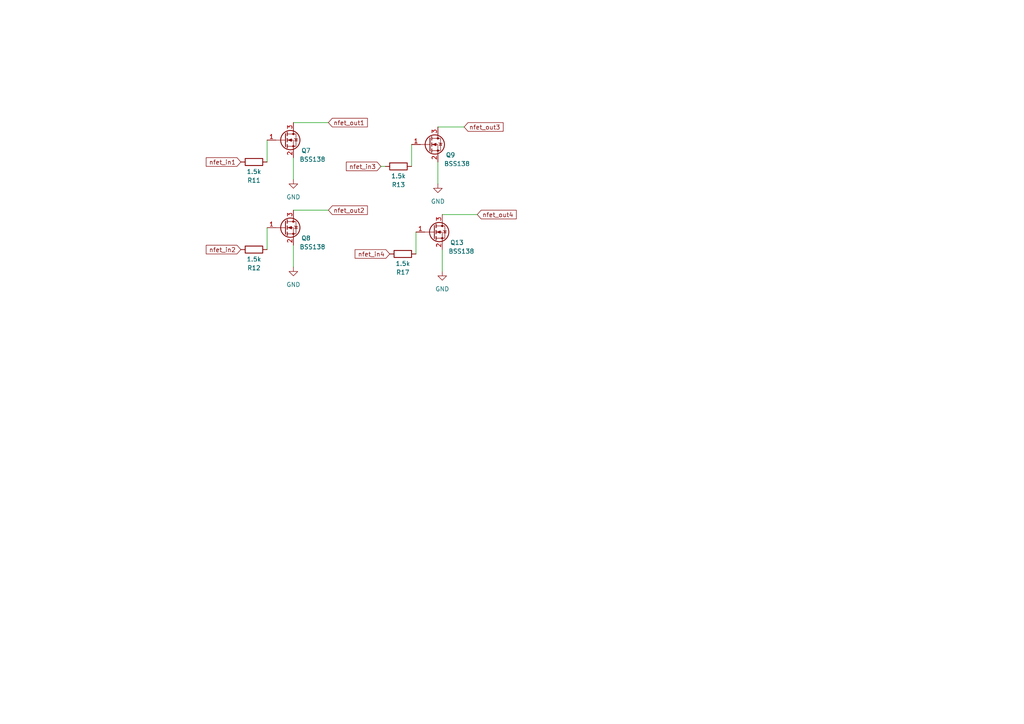
<source format=kicad_sch>
(kicad_sch
	(version 20231120)
	(generator "eeschema")
	(generator_version "8.0")
	(uuid "47a58d50-460f-4a3e-8636-37f3c75e12d6")
	(paper "A4")
	(lib_symbols
		(symbol "Device:R"
			(pin_numbers hide)
			(pin_names
				(offset 0)
			)
			(exclude_from_sim no)
			(in_bom yes)
			(on_board yes)
			(property "Reference" "R"
				(at 2.032 0 90)
				(effects
					(font
						(size 1.27 1.27)
					)
				)
			)
			(property "Value" "R"
				(at 0 0 90)
				(effects
					(font
						(size 1.27 1.27)
					)
				)
			)
			(property "Footprint" ""
				(at -1.778 0 90)
				(effects
					(font
						(size 1.27 1.27)
					)
					(hide yes)
				)
			)
			(property "Datasheet" "~"
				(at 0 0 0)
				(effects
					(font
						(size 1.27 1.27)
					)
					(hide yes)
				)
			)
			(property "Description" "Resistor"
				(at 0 0 0)
				(effects
					(font
						(size 1.27 1.27)
					)
					(hide yes)
				)
			)
			(property "ki_keywords" "R res resistor"
				(at 0 0 0)
				(effects
					(font
						(size 1.27 1.27)
					)
					(hide yes)
				)
			)
			(property "ki_fp_filters" "R_*"
				(at 0 0 0)
				(effects
					(font
						(size 1.27 1.27)
					)
					(hide yes)
				)
			)
			(symbol "R_0_1"
				(rectangle
					(start -1.016 -2.54)
					(end 1.016 2.54)
					(stroke
						(width 0.254)
						(type default)
					)
					(fill
						(type none)
					)
				)
			)
			(symbol "R_1_1"
				(pin passive line
					(at 0 3.81 270)
					(length 1.27)
					(name "~"
						(effects
							(font
								(size 1.27 1.27)
							)
						)
					)
					(number "1"
						(effects
							(font
								(size 1.27 1.27)
							)
						)
					)
				)
				(pin passive line
					(at 0 -3.81 90)
					(length 1.27)
					(name "~"
						(effects
							(font
								(size 1.27 1.27)
							)
						)
					)
					(number "2"
						(effects
							(font
								(size 1.27 1.27)
							)
						)
					)
				)
			)
		)
		(symbol "Transistor_FET:BSS138"
			(pin_names hide)
			(exclude_from_sim no)
			(in_bom yes)
			(on_board yes)
			(property "Reference" "Q"
				(at 5.08 1.905 0)
				(effects
					(font
						(size 1.27 1.27)
					)
					(justify left)
				)
			)
			(property "Value" "BSS138"
				(at 5.08 0 0)
				(effects
					(font
						(size 1.27 1.27)
					)
					(justify left)
				)
			)
			(property "Footprint" "Package_TO_SOT_SMD:SOT-23"
				(at 5.08 -1.905 0)
				(effects
					(font
						(size 1.27 1.27)
						(italic yes)
					)
					(justify left)
					(hide yes)
				)
			)
			(property "Datasheet" "https://www.onsemi.com/pub/Collateral/BSS138-D.PDF"
				(at 5.08 -3.81 0)
				(effects
					(font
						(size 1.27 1.27)
					)
					(justify left)
					(hide yes)
				)
			)
			(property "Description" "50V Vds, 0.22A Id, N-Channel MOSFET, SOT-23"
				(at 0 0 0)
				(effects
					(font
						(size 1.27 1.27)
					)
					(hide yes)
				)
			)
			(property "ki_keywords" "N-Channel MOSFET"
				(at 0 0 0)
				(effects
					(font
						(size 1.27 1.27)
					)
					(hide yes)
				)
			)
			(property "ki_fp_filters" "SOT?23*"
				(at 0 0 0)
				(effects
					(font
						(size 1.27 1.27)
					)
					(hide yes)
				)
			)
			(symbol "BSS138_0_1"
				(polyline
					(pts
						(xy 0.254 0) (xy -2.54 0)
					)
					(stroke
						(width 0)
						(type default)
					)
					(fill
						(type none)
					)
				)
				(polyline
					(pts
						(xy 0.254 1.905) (xy 0.254 -1.905)
					)
					(stroke
						(width 0.254)
						(type default)
					)
					(fill
						(type none)
					)
				)
				(polyline
					(pts
						(xy 0.762 -1.27) (xy 0.762 -2.286)
					)
					(stroke
						(width 0.254)
						(type default)
					)
					(fill
						(type none)
					)
				)
				(polyline
					(pts
						(xy 0.762 0.508) (xy 0.762 -0.508)
					)
					(stroke
						(width 0.254)
						(type default)
					)
					(fill
						(type none)
					)
				)
				(polyline
					(pts
						(xy 0.762 2.286) (xy 0.762 1.27)
					)
					(stroke
						(width 0.254)
						(type default)
					)
					(fill
						(type none)
					)
				)
				(polyline
					(pts
						(xy 2.54 2.54) (xy 2.54 1.778)
					)
					(stroke
						(width 0)
						(type default)
					)
					(fill
						(type none)
					)
				)
				(polyline
					(pts
						(xy 2.54 -2.54) (xy 2.54 0) (xy 0.762 0)
					)
					(stroke
						(width 0)
						(type default)
					)
					(fill
						(type none)
					)
				)
				(polyline
					(pts
						(xy 0.762 -1.778) (xy 3.302 -1.778) (xy 3.302 1.778) (xy 0.762 1.778)
					)
					(stroke
						(width 0)
						(type default)
					)
					(fill
						(type none)
					)
				)
				(polyline
					(pts
						(xy 1.016 0) (xy 2.032 0.381) (xy 2.032 -0.381) (xy 1.016 0)
					)
					(stroke
						(width 0)
						(type default)
					)
					(fill
						(type outline)
					)
				)
				(polyline
					(pts
						(xy 2.794 0.508) (xy 2.921 0.381) (xy 3.683 0.381) (xy 3.81 0.254)
					)
					(stroke
						(width 0)
						(type default)
					)
					(fill
						(type none)
					)
				)
				(polyline
					(pts
						(xy 3.302 0.381) (xy 2.921 -0.254) (xy 3.683 -0.254) (xy 3.302 0.381)
					)
					(stroke
						(width 0)
						(type default)
					)
					(fill
						(type none)
					)
				)
				(circle
					(center 1.651 0)
					(radius 2.794)
					(stroke
						(width 0.254)
						(type default)
					)
					(fill
						(type none)
					)
				)
				(circle
					(center 2.54 -1.778)
					(radius 0.254)
					(stroke
						(width 0)
						(type default)
					)
					(fill
						(type outline)
					)
				)
				(circle
					(center 2.54 1.778)
					(radius 0.254)
					(stroke
						(width 0)
						(type default)
					)
					(fill
						(type outline)
					)
				)
			)
			(symbol "BSS138_1_1"
				(pin input line
					(at -5.08 0 0)
					(length 2.54)
					(name "G"
						(effects
							(font
								(size 1.27 1.27)
							)
						)
					)
					(number "1"
						(effects
							(font
								(size 1.27 1.27)
							)
						)
					)
				)
				(pin passive line
					(at 2.54 -5.08 90)
					(length 2.54)
					(name "S"
						(effects
							(font
								(size 1.27 1.27)
							)
						)
					)
					(number "2"
						(effects
							(font
								(size 1.27 1.27)
							)
						)
					)
				)
				(pin passive line
					(at 2.54 5.08 270)
					(length 2.54)
					(name "D"
						(effects
							(font
								(size 1.27 1.27)
							)
						)
					)
					(number "3"
						(effects
							(font
								(size 1.27 1.27)
							)
						)
					)
				)
			)
		)
		(symbol "power:GND"
			(power)
			(pin_numbers hide)
			(pin_names
				(offset 0) hide)
			(exclude_from_sim no)
			(in_bom yes)
			(on_board yes)
			(property "Reference" "#PWR"
				(at 0 -6.35 0)
				(effects
					(font
						(size 1.27 1.27)
					)
					(hide yes)
				)
			)
			(property "Value" "GND"
				(at 0 -3.81 0)
				(effects
					(font
						(size 1.27 1.27)
					)
				)
			)
			(property "Footprint" ""
				(at 0 0 0)
				(effects
					(font
						(size 1.27 1.27)
					)
					(hide yes)
				)
			)
			(property "Datasheet" ""
				(at 0 0 0)
				(effects
					(font
						(size 1.27 1.27)
					)
					(hide yes)
				)
			)
			(property "Description" "Power symbol creates a global label with name \"GND\" , ground"
				(at 0 0 0)
				(effects
					(font
						(size 1.27 1.27)
					)
					(hide yes)
				)
			)
			(property "ki_keywords" "global power"
				(at 0 0 0)
				(effects
					(font
						(size 1.27 1.27)
					)
					(hide yes)
				)
			)
			(symbol "GND_0_1"
				(polyline
					(pts
						(xy 0 0) (xy 0 -1.27) (xy 1.27 -1.27) (xy 0 -2.54) (xy -1.27 -1.27) (xy 0 -1.27)
					)
					(stroke
						(width 0)
						(type default)
					)
					(fill
						(type none)
					)
				)
			)
			(symbol "GND_1_1"
				(pin power_in line
					(at 0 0 270)
					(length 0)
					(name "~"
						(effects
							(font
								(size 1.27 1.27)
							)
						)
					)
					(number "1"
						(effects
							(font
								(size 1.27 1.27)
							)
						)
					)
				)
			)
		)
	)
	(wire
		(pts
			(xy 127 36.83) (xy 134.62 36.83)
		)
		(stroke
			(width 0)
			(type default)
		)
		(uuid "13239309-0d6c-4ff7-bcb2-af3329e0d5eb")
	)
	(wire
		(pts
			(xy 111.76 48.26) (xy 110.49 48.26)
		)
		(stroke
			(width 0)
			(type default)
		)
		(uuid "21683b78-bfae-4ac6-84a4-e7b5eb98acb8")
	)
	(wire
		(pts
			(xy 85.09 45.72) (xy 85.09 52.07)
		)
		(stroke
			(width 0)
			(type default)
		)
		(uuid "3642370f-5734-4b4f-8dc7-055b0412c340")
	)
	(wire
		(pts
			(xy 119.38 41.91) (xy 119.38 48.26)
		)
		(stroke
			(width 0)
			(type default)
		)
		(uuid "38fd9b55-7b71-4a9f-a4fa-a745233ad51b")
	)
	(wire
		(pts
			(xy 128.27 72.39) (xy 128.27 78.74)
		)
		(stroke
			(width 0)
			(type default)
		)
		(uuid "4e47de48-f00a-4db6-82af-b8bf454f61eb")
	)
	(wire
		(pts
			(xy 95.25 60.96) (xy 85.09 60.96)
		)
		(stroke
			(width 0)
			(type default)
		)
		(uuid "5b0d449e-ef51-43e1-87db-d2ae1ed60c5d")
	)
	(wire
		(pts
			(xy 85.09 71.12) (xy 85.09 77.47)
		)
		(stroke
			(width 0)
			(type default)
		)
		(uuid "5f41cc3b-795c-477b-ac20-ec069fcd69a2")
	)
	(wire
		(pts
			(xy 95.25 35.56) (xy 85.09 35.56)
		)
		(stroke
			(width 0)
			(type default)
		)
		(uuid "63b5aa7f-6c39-4174-b7b3-d32bfd4025d6")
	)
	(wire
		(pts
			(xy 120.65 67.31) (xy 120.65 73.66)
		)
		(stroke
			(width 0)
			(type default)
		)
		(uuid "64a097b4-2333-4297-aed8-f622678bbced")
	)
	(wire
		(pts
			(xy 127 46.99) (xy 127 53.34)
		)
		(stroke
			(width 0)
			(type default)
		)
		(uuid "7bdfd47a-f0c0-4285-9338-2654e1f63331")
	)
	(wire
		(pts
			(xy 138.43 62.23) (xy 128.27 62.23)
		)
		(stroke
			(width 0)
			(type default)
		)
		(uuid "c4b0c4f0-0237-4883-90a5-b8032abe14e6")
	)
	(wire
		(pts
			(xy 77.47 66.04) (xy 77.47 72.39)
		)
		(stroke
			(width 0)
			(type default)
		)
		(uuid "d9c35a1e-7d68-4444-9b05-d78bef92e893")
	)
	(wire
		(pts
			(xy 77.47 40.64) (xy 77.47 46.99)
		)
		(stroke
			(width 0)
			(type default)
		)
		(uuid "fb6b66a1-e452-4c98-9c07-6d3707223dd5")
	)
	(global_label "nfet_in1"
		(shape input)
		(at 69.85 46.99 180)
		(fields_autoplaced yes)
		(effects
			(font
				(size 1.27 1.27)
			)
			(justify right)
		)
		(uuid "2e35075e-8a24-4778-ac9e-19176a82c04a")
		(property "Intersheetrefs" "${INTERSHEET_REFS}"
			(at 59.2449 46.99 0)
			(effects
				(font
					(size 1.27 1.27)
				)
				(justify right)
				(hide yes)
			)
		)
	)
	(global_label "nfet_out1"
		(shape input)
		(at 95.25 35.56 0)
		(fields_autoplaced yes)
		(effects
			(font
				(size 1.27 1.27)
			)
			(justify left)
		)
		(uuid "30998488-6588-479a-9f2f-95be63842008")
		(property "Intersheetrefs" "${INTERSHEET_REFS}"
			(at 107.125 35.56 0)
			(effects
				(font
					(size 1.27 1.27)
				)
				(justify left)
				(hide yes)
			)
		)
	)
	(global_label "nfet_in2"
		(shape input)
		(at 69.85 72.39 180)
		(fields_autoplaced yes)
		(effects
			(font
				(size 1.27 1.27)
			)
			(justify right)
		)
		(uuid "3fce36fb-e29f-4e14-ab82-552c3dfc2823")
		(property "Intersheetrefs" "${INTERSHEET_REFS}"
			(at 59.2449 72.39 0)
			(effects
				(font
					(size 1.27 1.27)
				)
				(justify right)
				(hide yes)
			)
		)
	)
	(global_label "nfet_in4"
		(shape input)
		(at 113.03 73.66 180)
		(fields_autoplaced yes)
		(effects
			(font
				(size 1.27 1.27)
			)
			(justify right)
		)
		(uuid "51b0d54a-4a43-4d9e-9482-3f3953ab54c8")
		(property "Intersheetrefs" "${INTERSHEET_REFS}"
			(at 102.4249 73.66 0)
			(effects
				(font
					(size 1.27 1.27)
				)
				(justify right)
				(hide yes)
			)
		)
	)
	(global_label "nfet_out4"
		(shape input)
		(at 138.43 62.23 0)
		(fields_autoplaced yes)
		(effects
			(font
				(size 1.27 1.27)
			)
			(justify left)
		)
		(uuid "6b98b6fa-5e7c-4a88-9900-20b015cbc834")
		(property "Intersheetrefs" "${INTERSHEET_REFS}"
			(at 150.305 62.23 0)
			(effects
				(font
					(size 1.27 1.27)
				)
				(justify left)
				(hide yes)
			)
		)
	)
	(global_label "nfet_in3"
		(shape input)
		(at 110.49 48.26 180)
		(fields_autoplaced yes)
		(effects
			(font
				(size 1.27 1.27)
			)
			(justify right)
		)
		(uuid "ce206069-984a-4f4b-9e3b-57ee0ca00b9b")
		(property "Intersheetrefs" "${INTERSHEET_REFS}"
			(at 99.8849 48.26 0)
			(effects
				(font
					(size 1.27 1.27)
				)
				(justify right)
				(hide yes)
			)
		)
	)
	(global_label "nfet_out3"
		(shape input)
		(at 134.62 36.83 0)
		(fields_autoplaced yes)
		(effects
			(font
				(size 1.27 1.27)
			)
			(justify left)
		)
		(uuid "f8d70427-cc32-4d66-9b87-0e77fb5b8d43")
		(property "Intersheetrefs" "${INTERSHEET_REFS}"
			(at 146.495 36.83 0)
			(effects
				(font
					(size 1.27 1.27)
				)
				(justify left)
				(hide yes)
			)
		)
	)
	(global_label "nfet_out2"
		(shape input)
		(at 95.25 60.96 0)
		(fields_autoplaced yes)
		(effects
			(font
				(size 1.27 1.27)
			)
			(justify left)
		)
		(uuid "fa6757ee-1fb7-41c4-b556-94521b8396ee")
		(property "Intersheetrefs" "${INTERSHEET_REFS}"
			(at 107.125 60.96 0)
			(effects
				(font
					(size 1.27 1.27)
				)
				(justify left)
				(hide yes)
			)
		)
	)
	(symbol
		(lib_id "power:GND")
		(at 85.09 77.47 0)
		(unit 1)
		(exclude_from_sim no)
		(in_bom yes)
		(on_board yes)
		(dnp no)
		(fields_autoplaced yes)
		(uuid "0af95b55-dcb7-45f9-a9e3-38975fed4c80")
		(property "Reference" "#PWR014"
			(at 85.09 83.82 0)
			(effects
				(font
					(size 1.27 1.27)
				)
				(hide yes)
			)
		)
		(property "Value" "GND"
			(at 85.09 82.55 0)
			(effects
				(font
					(size 1.27 1.27)
				)
			)
		)
		(property "Footprint" ""
			(at 85.09 77.47 0)
			(effects
				(font
					(size 1.27 1.27)
				)
				(hide yes)
			)
		)
		(property "Datasheet" ""
			(at 85.09 77.47 0)
			(effects
				(font
					(size 1.27 1.27)
				)
				(hide yes)
			)
		)
		(property "Description" "Power symbol creates a global label with name \"GND\" , ground"
			(at 85.09 77.47 0)
			(effects
				(font
					(size 1.27 1.27)
				)
				(hide yes)
			)
		)
		(pin "1"
			(uuid "8f38085b-2a6a-4ed7-99f4-6aced9f57daa")
		)
		(instances
			(project "NEOCERA_jnr_project"
				(path "/a8746ab6-0163-416c-99f9-0036ded73fc6/9b5b25d8-baef-4cac-83b0-db0f684b8008"
					(reference "#PWR014")
					(unit 1)
				)
			)
		)
	)
	(symbol
		(lib_id "power:GND")
		(at 127 53.34 0)
		(unit 1)
		(exclude_from_sim no)
		(in_bom yes)
		(on_board yes)
		(dnp no)
		(fields_autoplaced yes)
		(uuid "1cc2ae43-0d03-427f-8139-f3db8d72acd4")
		(property "Reference" "#PWR015"
			(at 127 59.69 0)
			(effects
				(font
					(size 1.27 1.27)
				)
				(hide yes)
			)
		)
		(property "Value" "GND"
			(at 127 58.42 0)
			(effects
				(font
					(size 1.27 1.27)
				)
			)
		)
		(property "Footprint" ""
			(at 127 53.34 0)
			(effects
				(font
					(size 1.27 1.27)
				)
				(hide yes)
			)
		)
		(property "Datasheet" ""
			(at 127 53.34 0)
			(effects
				(font
					(size 1.27 1.27)
				)
				(hide yes)
			)
		)
		(property "Description" "Power symbol creates a global label with name \"GND\" , ground"
			(at 127 53.34 0)
			(effects
				(font
					(size 1.27 1.27)
				)
				(hide yes)
			)
		)
		(pin "1"
			(uuid "9d5c9ad3-18f9-4734-b87c-9831b2f35297")
		)
		(instances
			(project "NEOCERA_jnr_project"
				(path "/a8746ab6-0163-416c-99f9-0036ded73fc6/9b5b25d8-baef-4cac-83b0-db0f684b8008"
					(reference "#PWR015")
					(unit 1)
				)
			)
		)
	)
	(symbol
		(lib_id "Transistor_FET:BSS138")
		(at 125.73 67.31 0)
		(unit 1)
		(exclude_from_sim no)
		(in_bom yes)
		(on_board yes)
		(dnp no)
		(uuid "256e8a24-4423-4d22-b741-0f43b1a4db14")
		(property "Reference" "Q13"
			(at 130.556 70.358 0)
			(effects
				(font
					(size 1.27 1.27)
				)
				(justify left)
			)
		)
		(property "Value" "BSS138"
			(at 130.048 72.898 0)
			(effects
				(font
					(size 1.27 1.27)
				)
				(justify left)
			)
		)
		(property "Footprint" "Package_TO_SOT_SMD:SOT-23_Handsoldering"
			(at 130.81 69.215 0)
			(effects
				(font
					(size 1.27 1.27)
					(italic yes)
				)
				(justify left)
				(hide yes)
			)
		)
		(property "Datasheet" "https://www.onsemi.com/pub/Collateral/BSS138-D.PDF"
			(at 130.81 71.12 0)
			(effects
				(font
					(size 1.27 1.27)
				)
				(justify left)
				(hide yes)
			)
		)
		(property "Description" "50V Vds, 0.22A Id, N-Channel MOSFET, SOT-23"
			(at 125.73 67.31 0)
			(effects
				(font
					(size 1.27 1.27)
				)
				(hide yes)
			)
		)
		(pin "3"
			(uuid "613c492e-09b8-44e7-9461-66c1479ddc0b")
		)
		(pin "1"
			(uuid "9a80794d-580d-46bb-ac41-9a0bb3f2df08")
		)
		(pin "2"
			(uuid "c35b31c5-2313-4910-ac9e-da77979e1342")
		)
		(instances
			(project "NEOCERA_jnr_project"
				(path "/a8746ab6-0163-416c-99f9-0036ded73fc6/9b5b25d8-baef-4cac-83b0-db0f684b8008"
					(reference "Q13")
					(unit 1)
				)
			)
		)
	)
	(symbol
		(lib_id "Transistor_FET:BSS138")
		(at 124.46 41.91 0)
		(unit 1)
		(exclude_from_sim no)
		(in_bom yes)
		(on_board yes)
		(dnp no)
		(uuid "2c6e3224-d116-473a-b9b4-14edf3698189")
		(property "Reference" "Q9"
			(at 129.286 44.958 0)
			(effects
				(font
					(size 1.27 1.27)
				)
				(justify left)
			)
		)
		(property "Value" "BSS138"
			(at 128.778 47.498 0)
			(effects
				(font
					(size 1.27 1.27)
				)
				(justify left)
			)
		)
		(property "Footprint" "Package_TO_SOT_SMD:SOT-23_Handsoldering"
			(at 129.54 43.815 0)
			(effects
				(font
					(size 1.27 1.27)
					(italic yes)
				)
				(justify left)
				(hide yes)
			)
		)
		(property "Datasheet" "https://www.onsemi.com/pub/Collateral/BSS138-D.PDF"
			(at 129.54 45.72 0)
			(effects
				(font
					(size 1.27 1.27)
				)
				(justify left)
				(hide yes)
			)
		)
		(property "Description" "50V Vds, 0.22A Id, N-Channel MOSFET, SOT-23"
			(at 124.46 41.91 0)
			(effects
				(font
					(size 1.27 1.27)
				)
				(hide yes)
			)
		)
		(pin "3"
			(uuid "1848e199-f563-4b3f-a920-738add8869bd")
		)
		(pin "1"
			(uuid "d530bb70-355a-4ff5-a854-72a48b990cd2")
		)
		(pin "2"
			(uuid "1d11685b-44e2-45d6-af17-05db566483fc")
		)
		(instances
			(project "NEOCERA_jnr_project"
				(path "/a8746ab6-0163-416c-99f9-0036ded73fc6/9b5b25d8-baef-4cac-83b0-db0f684b8008"
					(reference "Q9")
					(unit 1)
				)
			)
		)
	)
	(symbol
		(lib_id "power:GND")
		(at 128.27 78.74 0)
		(unit 1)
		(exclude_from_sim no)
		(in_bom yes)
		(on_board yes)
		(dnp no)
		(fields_autoplaced yes)
		(uuid "47744f4e-e3b3-4de0-aaf0-90d9909455d8")
		(property "Reference" "#PWR019"
			(at 128.27 85.09 0)
			(effects
				(font
					(size 1.27 1.27)
				)
				(hide yes)
			)
		)
		(property "Value" "GND"
			(at 128.27 83.82 0)
			(effects
				(font
					(size 1.27 1.27)
				)
			)
		)
		(property "Footprint" ""
			(at 128.27 78.74 0)
			(effects
				(font
					(size 1.27 1.27)
				)
				(hide yes)
			)
		)
		(property "Datasheet" ""
			(at 128.27 78.74 0)
			(effects
				(font
					(size 1.27 1.27)
				)
				(hide yes)
			)
		)
		(property "Description" "Power symbol creates a global label with name \"GND\" , ground"
			(at 128.27 78.74 0)
			(effects
				(font
					(size 1.27 1.27)
				)
				(hide yes)
			)
		)
		(pin "1"
			(uuid "201cad95-3cde-43f9-8291-e2be803a58b6")
		)
		(instances
			(project "NEOCERA_jnr_project"
				(path "/a8746ab6-0163-416c-99f9-0036ded73fc6/9b5b25d8-baef-4cac-83b0-db0f684b8008"
					(reference "#PWR019")
					(unit 1)
				)
			)
		)
	)
	(symbol
		(lib_id "Transistor_FET:BSS138")
		(at 82.55 66.04 0)
		(unit 1)
		(exclude_from_sim no)
		(in_bom yes)
		(on_board yes)
		(dnp no)
		(uuid "a54adafd-cfca-4bdb-80b0-8ad0aea3d5b7")
		(property "Reference" "Q8"
			(at 87.376 69.088 0)
			(effects
				(font
					(size 1.27 1.27)
				)
				(justify left)
			)
		)
		(property "Value" "BSS138"
			(at 86.868 71.628 0)
			(effects
				(font
					(size 1.27 1.27)
				)
				(justify left)
			)
		)
		(property "Footprint" "Package_TO_SOT_SMD:SOT-23_Handsoldering"
			(at 87.63 67.945 0)
			(effects
				(font
					(size 1.27 1.27)
					(italic yes)
				)
				(justify left)
				(hide yes)
			)
		)
		(property "Datasheet" "https://www.onsemi.com/pub/Collateral/BSS138-D.PDF"
			(at 87.63 69.85 0)
			(effects
				(font
					(size 1.27 1.27)
				)
				(justify left)
				(hide yes)
			)
		)
		(property "Description" "50V Vds, 0.22A Id, N-Channel MOSFET, SOT-23"
			(at 82.55 66.04 0)
			(effects
				(font
					(size 1.27 1.27)
				)
				(hide yes)
			)
		)
		(pin "3"
			(uuid "72dd4c9f-7da7-4433-89b6-02ed9560ba0e")
		)
		(pin "1"
			(uuid "beef8213-363d-47f5-b565-5ea5e4255577")
		)
		(pin "2"
			(uuid "6694e47b-c9ae-4a75-950c-9cf0239cc330")
		)
		(instances
			(project "NEOCERA_jnr_project"
				(path "/a8746ab6-0163-416c-99f9-0036ded73fc6/9b5b25d8-baef-4cac-83b0-db0f684b8008"
					(reference "Q8")
					(unit 1)
				)
			)
		)
	)
	(symbol
		(lib_id "Device:R")
		(at 73.66 72.39 90)
		(unit 1)
		(exclude_from_sim no)
		(in_bom yes)
		(on_board yes)
		(dnp no)
		(uuid "be7733f7-2e43-451b-a265-8a909585dede")
		(property "Reference" "R12"
			(at 73.66 77.724 90)
			(effects
				(font
					(size 1.27 1.27)
				)
			)
		)
		(property "Value" "1.5k"
			(at 73.66 75.184 90)
			(effects
				(font
					(size 1.27 1.27)
				)
			)
		)
		(property "Footprint" "Resistor_SMD:R_0603_1608Metric_Pad0.98x0.95mm_HandSolder"
			(at 73.66 74.168 90)
			(effects
				(font
					(size 1.27 1.27)
				)
				(hide yes)
			)
		)
		(property "Datasheet" "~"
			(at 73.66 72.39 0)
			(effects
				(font
					(size 1.27 1.27)
				)
				(hide yes)
			)
		)
		(property "Description" "Resistor"
			(at 73.66 72.39 0)
			(effects
				(font
					(size 1.27 1.27)
				)
				(hide yes)
			)
		)
		(pin "1"
			(uuid "85a00b47-bba6-48a8-ae1f-cfe92deb219f")
		)
		(pin "2"
			(uuid "fa0ceda8-6f4b-4ff2-9e49-3dbfa7ebc166")
		)
		(instances
			(project "NEOCERA_jnr_project"
				(path "/a8746ab6-0163-416c-99f9-0036ded73fc6/9b5b25d8-baef-4cac-83b0-db0f684b8008"
					(reference "R12")
					(unit 1)
				)
			)
		)
	)
	(symbol
		(lib_id "Device:R")
		(at 73.66 46.99 90)
		(unit 1)
		(exclude_from_sim no)
		(in_bom yes)
		(on_board yes)
		(dnp no)
		(uuid "c66e4418-0988-43dc-b483-279b0c98dc95")
		(property "Reference" "R11"
			(at 73.66 52.324 90)
			(effects
				(font
					(size 1.27 1.27)
				)
			)
		)
		(property "Value" "1.5k"
			(at 73.66 49.784 90)
			(effects
				(font
					(size 1.27 1.27)
				)
			)
		)
		(property "Footprint" "Resistor_SMD:R_0603_1608Metric_Pad0.98x0.95mm_HandSolder"
			(at 73.66 48.768 90)
			(effects
				(font
					(size 1.27 1.27)
				)
				(hide yes)
			)
		)
		(property "Datasheet" "~"
			(at 73.66 46.99 0)
			(effects
				(font
					(size 1.27 1.27)
				)
				(hide yes)
			)
		)
		(property "Description" "Resistor"
			(at 73.66 46.99 0)
			(effects
				(font
					(size 1.27 1.27)
				)
				(hide yes)
			)
		)
		(pin "1"
			(uuid "5a43ba55-7b89-4521-89c3-3506df67ad7f")
		)
		(pin "2"
			(uuid "f3d2298b-1aa7-41ca-9588-32570ab5c601")
		)
		(instances
			(project "NEOCERA_jnr_project"
				(path "/a8746ab6-0163-416c-99f9-0036ded73fc6/9b5b25d8-baef-4cac-83b0-db0f684b8008"
					(reference "R11")
					(unit 1)
				)
			)
		)
	)
	(symbol
		(lib_id "power:GND")
		(at 85.09 52.07 0)
		(unit 1)
		(exclude_from_sim no)
		(in_bom yes)
		(on_board yes)
		(dnp no)
		(fields_autoplaced yes)
		(uuid "cc39de8f-fe07-4122-ac8f-ee385335d243")
		(property "Reference" "#PWR013"
			(at 85.09 58.42 0)
			(effects
				(font
					(size 1.27 1.27)
				)
				(hide yes)
			)
		)
		(property "Value" "GND"
			(at 85.09 57.15 0)
			(effects
				(font
					(size 1.27 1.27)
				)
			)
		)
		(property "Footprint" ""
			(at 85.09 52.07 0)
			(effects
				(font
					(size 1.27 1.27)
				)
				(hide yes)
			)
		)
		(property "Datasheet" ""
			(at 85.09 52.07 0)
			(effects
				(font
					(size 1.27 1.27)
				)
				(hide yes)
			)
		)
		(property "Description" "Power symbol creates a global label with name \"GND\" , ground"
			(at 85.09 52.07 0)
			(effects
				(font
					(size 1.27 1.27)
				)
				(hide yes)
			)
		)
		(pin "1"
			(uuid "cec3f99c-fbf3-4e8c-961c-31974d1847f0")
		)
		(instances
			(project "NEOCERA_jnr_project"
				(path "/a8746ab6-0163-416c-99f9-0036ded73fc6/9b5b25d8-baef-4cac-83b0-db0f684b8008"
					(reference "#PWR013")
					(unit 1)
				)
			)
		)
	)
	(symbol
		(lib_id "Transistor_FET:BSS138")
		(at 82.55 40.64 0)
		(unit 1)
		(exclude_from_sim no)
		(in_bom yes)
		(on_board yes)
		(dnp no)
		(uuid "e2c22620-06d4-44fa-9309-db8e313d7546")
		(property "Reference" "Q7"
			(at 87.376 43.688 0)
			(effects
				(font
					(size 1.27 1.27)
				)
				(justify left)
			)
		)
		(property "Value" "BSS138"
			(at 86.868 46.228 0)
			(effects
				(font
					(size 1.27 1.27)
				)
				(justify left)
			)
		)
		(property "Footprint" "Package_TO_SOT_SMD:SOT-23_Handsoldering"
			(at 87.63 42.545 0)
			(effects
				(font
					(size 1.27 1.27)
					(italic yes)
				)
				(justify left)
				(hide yes)
			)
		)
		(property "Datasheet" "https://www.onsemi.com/pub/Collateral/BSS138-D.PDF"
			(at 87.63 44.45 0)
			(effects
				(font
					(size 1.27 1.27)
				)
				(justify left)
				(hide yes)
			)
		)
		(property "Description" "50V Vds, 0.22A Id, N-Channel MOSFET, SOT-23"
			(at 82.55 40.64 0)
			(effects
				(font
					(size 1.27 1.27)
				)
				(hide yes)
			)
		)
		(pin "3"
			(uuid "3c0c224d-5b97-49e3-87eb-b4c0610d520c")
		)
		(pin "1"
			(uuid "22673808-ee08-4485-9fd0-febe92d81764")
		)
		(pin "2"
			(uuid "1c32d7b6-fe3b-4aef-bded-097ec92efe36")
		)
		(instances
			(project "NEOCERA_jnr_project"
				(path "/a8746ab6-0163-416c-99f9-0036ded73fc6/9b5b25d8-baef-4cac-83b0-db0f684b8008"
					(reference "Q7")
					(unit 1)
				)
			)
		)
	)
	(symbol
		(lib_id "Device:R")
		(at 115.57 48.26 90)
		(unit 1)
		(exclude_from_sim no)
		(in_bom yes)
		(on_board yes)
		(dnp no)
		(uuid "e5c59514-0895-402d-b94b-6f515d232c6f")
		(property "Reference" "R13"
			(at 115.57 53.594 90)
			(effects
				(font
					(size 1.27 1.27)
				)
			)
		)
		(property "Value" "1.5k"
			(at 115.57 51.054 90)
			(effects
				(font
					(size 1.27 1.27)
				)
			)
		)
		(property "Footprint" "Resistor_SMD:R_0603_1608Metric_Pad0.98x0.95mm_HandSolder"
			(at 115.57 50.038 90)
			(effects
				(font
					(size 1.27 1.27)
				)
				(hide yes)
			)
		)
		(property "Datasheet" "~"
			(at 115.57 48.26 0)
			(effects
				(font
					(size 1.27 1.27)
				)
				(hide yes)
			)
		)
		(property "Description" "Resistor"
			(at 115.57 48.26 0)
			(effects
				(font
					(size 1.27 1.27)
				)
				(hide yes)
			)
		)
		(pin "1"
			(uuid "c6ed9e8b-14a9-44cf-b098-9a7c2199f3a5")
		)
		(pin "2"
			(uuid "ae2d2bd9-b0fb-4c85-998f-48c3582d0e77")
		)
		(instances
			(project "NEOCERA_jnr_project"
				(path "/a8746ab6-0163-416c-99f9-0036ded73fc6/9b5b25d8-baef-4cac-83b0-db0f684b8008"
					(reference "R13")
					(unit 1)
				)
			)
		)
	)
	(symbol
		(lib_id "Device:R")
		(at 116.84 73.66 90)
		(unit 1)
		(exclude_from_sim no)
		(in_bom yes)
		(on_board yes)
		(dnp no)
		(uuid "e8afd4d2-0397-4008-b6c8-9f46901fc5b6")
		(property "Reference" "R17"
			(at 116.84 78.994 90)
			(effects
				(font
					(size 1.27 1.27)
				)
			)
		)
		(property "Value" "1.5k"
			(at 116.84 76.454 90)
			(effects
				(font
					(size 1.27 1.27)
				)
			)
		)
		(property "Footprint" "Resistor_SMD:R_0603_1608Metric_Pad0.98x0.95mm_HandSolder"
			(at 116.84 75.438 90)
			(effects
				(font
					(size 1.27 1.27)
				)
				(hide yes)
			)
		)
		(property "Datasheet" "~"
			(at 116.84 73.66 0)
			(effects
				(font
					(size 1.27 1.27)
				)
				(hide yes)
			)
		)
		(property "Description" "Resistor"
			(at 116.84 73.66 0)
			(effects
				(font
					(size 1.27 1.27)
				)
				(hide yes)
			)
		)
		(pin "1"
			(uuid "a2076766-b5e8-462c-8b77-f1e26c01638a")
		)
		(pin "2"
			(uuid "4ee47e3c-0f9f-4db2-9b30-9794869c2bfe")
		)
		(instances
			(project "NEOCERA_jnr_project"
				(path "/a8746ab6-0163-416c-99f9-0036ded73fc6/9b5b25d8-baef-4cac-83b0-db0f684b8008"
					(reference "R17")
					(unit 1)
				)
			)
		)
	)
)

</source>
